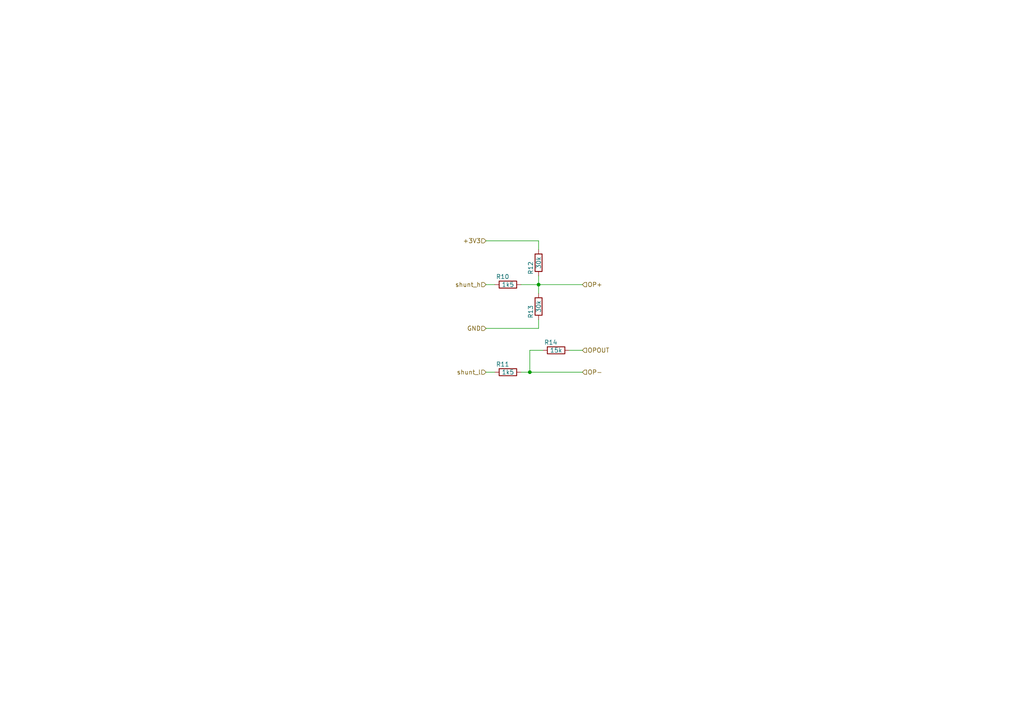
<source format=kicad_sch>
(kicad_sch (version 20250114) (generator "eeschema") (generator_version "9.0")
  (paper "A4")
  (lib_symbols
    (symbol "Device:R" (pin_numbers (hide yes)) (pin_names (offset 0))
      (property "Reference" "R" (at 2.032 0 90))
      (property "Value" "R" (at 0 0 90))
      (symbol "R_0_1"
        (rectangle (start -1.016 -2.54) (end 1.016 2.54) (stroke (width 0.254)))
      )
      (symbol "R_1_1"
        (pin passive line (at 0 3.81 270) (length 1.27) (name "~") (number "1"))
        (pin passive line (at 0 -3.81 90) (length 1.27) (name "~") (number "2"))
      )
    )
  )
  (junction (at 153.67 107.95))
  (junction (at 156.21 82.55))
  (wire (pts (xy 156.21 82.55) (xy 168.91 82.55)))
  (wire (pts (xy 153.67 107.95) (xy 168.91 107.95)))
  (wire (pts (xy 156.21 92.71) (xy 156.21 95.25)))
  (wire (pts (xy 140.97 95.25) (xy 156.21 95.25)))
  (wire (pts (xy 140.97 69.85) (xy 156.21 69.85)))
  (wire (pts (xy 140.97 82.55) (xy 143.51 82.55)))
  (wire (pts (xy 165.1 101.6) (xy 168.91 101.6)))
  (wire (pts (xy 157.48 101.6) (xy 153.67 101.6)))
  (wire (pts (xy 151.13 82.55) (xy 156.21 82.55)))
  (wire (pts (xy 156.21 82.55) (xy 156.21 85.09)))
  (wire (pts (xy 151.13 107.95) (xy 153.67 107.95)))
  (wire (pts (xy 153.67 101.6) (xy 153.67 107.95)))
  (wire (pts (xy 140.97 107.95) (xy 143.51 107.95)))
  (wire (pts (xy 156.21 80.01) (xy 156.21 82.55)))
  (wire (pts (xy 156.21 72.39) (xy 156.21 69.85)))
  (hierarchical_label "OP-" (shape input) (at 168.91 107.95 0))
  (hierarchical_label "GND" (shape input) (at 140.97 95.25 180))
  (hierarchical_label "+3V3" (shape input) (at 140.97 69.85 180))
  (hierarchical_label "OP+" (shape input) (at 168.91 82.55 0))
  (hierarchical_label "shunt_h" (shape input) (at 140.97 82.55 180))
  (hierarchical_label "OPOUT" (shape input) (at 168.91 101.6 0))
  (hierarchical_label "shunt_l" (shape input) (at 140.97 107.95 180))
  (symbol (lib_id "Device:R") (at 156.21 76.2 180) (unit 1)
    (property "Reference" "R7" (at 153.924 77.724 90))
    (property "Value" "30k" (at 156.21 76.2 90))
    (property "Footprint" "Resistor_SMD:R_0603_1608Metric" (effects (hide yes)))
    (property "Description" "Resistor" (effects (hide yes)))
    (instances (project "raspi-hat" (path "" (reference "R12") (unit 1)) (path "" (reference "R7") (unit 1)) (path "" (reference "R17") (unit 1))))
  )
  (symbol (lib_id "Device:R") (at 156.21 88.9 180) (unit 1)
    (property "Reference" "R8" (at 153.924 90.424 90))
    (property "Value" "30k" (at 156.21 88.9 90))
    (property "Footprint" "Resistor_SMD:R_0603_1608Metric" (effects (hide yes)))
    (property "Description" "Resistor" (effects (hide yes)))
    (instances (project "raspi-hat" (path "" (reference "R13") (unit 1)) (path "" (reference "R8") (unit 1)) (path "" (reference "R18") (unit 1))))
  )
  (symbol (lib_id "Device:R") (at 161.29 101.6 90) (unit 1)
    (property "Reference" "R9" (at 159.766 99.314 90))
    (property "Value" "15k" (at 161.29 101.6 90))
    (property "Footprint" "Resistor_SMD:R_0603_1608Metric" (effects (hide yes)))
    (property "Description" "Resistor" (effects (hide yes)))
    (instances (project "raspi-hat" (path "" (reference "R14") (unit 1)) (path "" (reference "R9") (unit 1)) (path "" (reference "R19") (unit 1))))
  )
  (symbol (lib_id "Device:R") (at 147.32 107.95 90) (unit 1)
    (property "Reference" "R6" (at 145.796 105.664 90))
    (property "Value" "1k5" (at 147.32 107.95 90))
    (property "Footprint" "Resistor_SMD:R_0603_1608Metric" (effects (hide yes)))
    (property "Description" "Resistor" (effects (hide yes)))
    (instances (project "raspi-hat" (path "" (reference "R11") (unit 1)) (path "" (reference "R6") (unit 1)) (path "" (reference "R16") (unit 1))))
  )
  (symbol (lib_id "Device:R") (at 147.32 82.55 90) (unit 1)
    (property "Reference" "R5" (at 145.796 80.264 90))
    (property "Value" "1k5" (at 147.32 82.55 90))
    (property "Footprint" "Resistor_SMD:R_0603_1608Metric" (effects (hide yes)))
    (property "Description" "Resistor" (effects (hide yes)))
    (instances (project "raspi-hat" (path "" (reference "R10") (unit 1)) (path "" (reference "R5") (unit 1)) (path "" (reference "R15") (unit 1))))
  )
)
</source>
